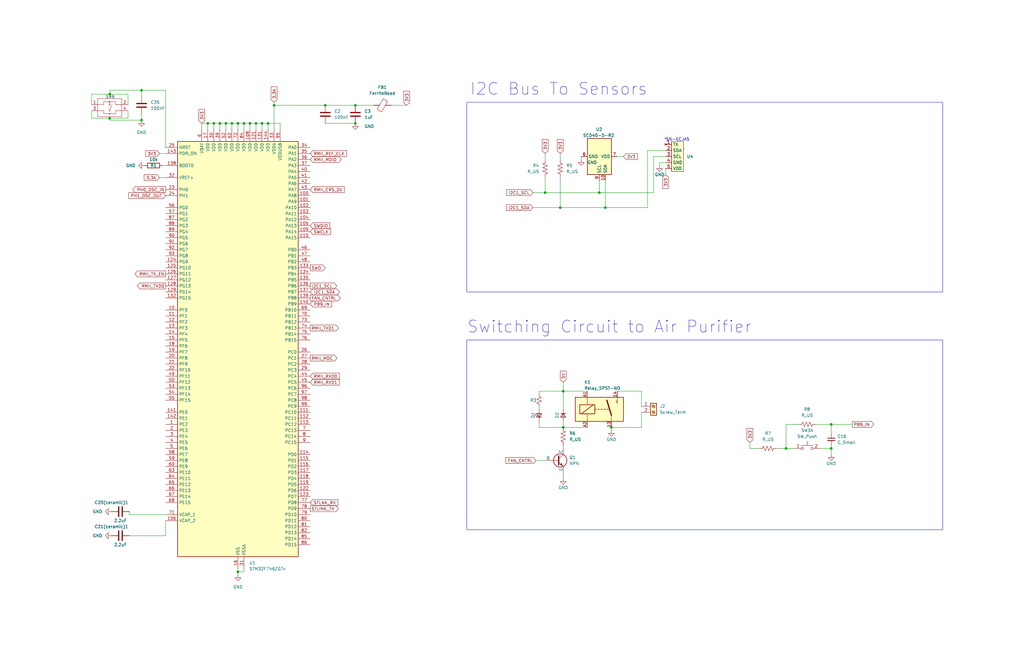
<source format=kicad_sch>
(kicad_sch (version 20230121) (generator eeschema)
  (paper "USLedger")
  (title_block (rev "1") (comment 1 "Design for JLCPCB Service"))
  (junction (at 49.53 342.9))
  (junction (at 34.29 359.41))
  (junction (at 97.79 345.44))
  (junction (at 194.31 342.9))
  (junction (at 236.22 87.63))
  (junction (at 222.25 482.6))
  (junction (at 105.41 52.07))
  (junction (at 189.23 458.47))
  (junction (at 374.65 340.36))
  (junction (at 118.11 355.6))
  (junction (at 186.69 355.6))
  (junction (at 163.83 454.66))
  (junction (at 194.31 482.6))
  (junction (at 149.86 52.07))
  (junction (at 135.89 454.66))
  (junction (at 198.12 487.68))
  (junction (at 46.355 39.751))
  (junction (at 46.228 49.911))
  (junction (at 186.69 482.6))
  (junction (at 60.96 345.44))
  (junction (at 81.28 457.2))
  (junction (at 237.49 180.34))
  (junction (at 148.59 355.6))
  (junction (at 95.25 52.07))
  (junction (at 100.33 52.07))
  (junction (at 222.25 485.14))
  (junction (at 68.58 487.68))
  (junction (at 133.35 355.6))
  (junction (at 201.93 342.9))
  (junction (at 110.49 355.6))
  (junction (at 125.73 355.6))
  (junction (at 59.69 50.673))
  (junction (at 149.86 44.45))
  (junction (at 186.69 342.9))
  (junction (at 107.95 52.07))
  (junction (at 198.12 458.47))
  (junction (at 179.07 342.9))
  (junction (at 140.97 342.9))
  (junction (at 181.61 487.68))
  (junction (at 72.39 502.92))
  (junction (at 222.25 480.06))
  (junction (at 257.81 180.34))
  (junction (at 144.78 463.55))
  (junction (at 163.83 355.6))
  (junction (at 113.03 52.07))
  (junction (at 125.73 342.9))
  (junction (at 95.25 447.04))
  (junction (at 171.45 342.9))
  (junction (at 331.47 189.23))
  (junction (at 156.21 355.6))
  (junction (at 140.97 355.6))
  (junction (at 222.25 495.3))
  (junction (at 251.46 518.16))
  (junction (at 133.35 342.9))
  (junction (at 179.07 355.6))
  (junction (at 213.36 495.3))
  (junction (at 115.57 44.45))
  (junction (at 100.33 241.3))
  (junction (at 241.3 508))
  (junction (at 97.79 52.07))
  (junction (at 148.59 342.9))
  (junction (at 102.87 52.07))
  (junction (at 110.49 342.9))
  (junction (at 118.11 459.74))
  (junction (at 199.39 458.47))
  (junction (at 201.93 355.6))
  (junction (at 163.83 342.9))
  (junction (at 171.45 355.6))
  (junction (at 222.25 490.22))
  (junction (at 255.27 87.63))
  (junction (at 177.8 490.22))
  (junction (at 229.87 81.28))
  (junction (at 350.52 189.23))
  (junction (at 68.58 502.92))
  (junction (at 72.39 495.3))
  (junction (at 68.58 495.3))
  (junction (at 110.49 52.07))
  (junction (at 184.15 485.14))
  (junction (at 87.63 52.07))
  (junction (at 194.31 458.47))
  (junction (at 209.55 485.14))
  (junction (at 59.69 38.1))
  (junction (at 156.21 342.9))
  (junction (at 252.73 81.28))
  (junction (at 163.83 463.55))
  (junction (at 63.5 345.44))
  (junction (at 97.79 527.05))
  (junction (at 350.52 179.07))
  (junction (at 153.67 454.66))
  (junction (at 194.31 355.6))
  (junction (at 105.41 439.42))
  (junction (at 76.2 495.3))
  (junction (at 86.36 527.05))
  (junction (at 137.16 44.45))
  (junction (at 153.67 463.55))
  (junction (at 62.23 502.92))
  (junction (at 72.39 490.22))
  (junction (at 374.65 327.66))
  (junction (at 92.71 52.07))
  (junction (at 118.11 342.9))
  (junction (at 144.78 454.66))
  (junction (at 95.25 497.84))
  (junction (at 90.17 52.07))
  (junction (at 237.49 165.1))
  (junction (at 222.25 492.76))
  (no_connect (at 41.91 350.52))
  (no_connect (at 41.91 347.98))
  (wire (pts (xy 82.55 505.46) (xy 62.23 505.46)))
  (wire (pts (xy 273.05 87.63) (xy 273.05 63.5)))
  (wire (pts (xy 148.59 355.6) (xy 156.21 355.6)))
  (wire (pts (xy 137.16 52.07) (xy 149.86 52.07)))
  (wire (pts (xy 194.31 482.6) (xy 207.01 482.6)))
  (wire (pts (xy 125.73 355.6) (xy 133.35 355.6)))
  (wire (pts (xy 120.65 464.82) (xy 120.65 459.74)))
  (wire (pts (xy 91.44 497.84) (xy 95.25 497.84)))
  (wire (pts (xy 85.09 54.61) (xy 85.09 52.07)))
  (wire (pts (xy 90.17 52.07) (xy 92.71 52.07)))
  (wire (pts (xy 350.52 179.07) (xy 344.17 179.07)))
  (wire (pts (xy 194.31 466.09) (xy 194.31 468.63)))
  (wire (pts (xy 222.25 502.92) (xy 241.3 502.92)))
  (wire (pts (xy 350.52 189.23) (xy 350.52 191.77)))
  (wire (pts (xy 49.53 342.9) (xy 49.53 337.82)))
  (wire (pts (xy 46.355 39.751) (xy 53.975 39.751)))
  (wire (pts (xy 38.608 49.911) (xy 46.228 49.911)))
  (wire (pts (xy 90.17 54.61) (xy 90.17 52.07)))
  (wire (pts (xy 135.89 490.22) (xy 177.8 490.22)))
  (wire (pts (xy 224.79 81.28) (xy 229.87 81.28)))
  (wire (pts (xy 68.58 487.68) (xy 68.58 495.3)))
  (wire (pts (xy 184.15 466.09) (xy 177.8 466.09)))
  (wire (pts (xy 227.33 166.37) (xy 227.33 165.1)))
  (wire (pts (xy 198.12 458.47) (xy 199.39 458.47)))
  (wire (pts (xy 222.25 495.3) (xy 222.25 502.92)))
  (wire (pts (xy 144.78 463.55) (xy 153.67 463.55)))
  (wire (pts (xy 69.85 217.17) (xy 54.61 217.17)))
  (wire (pts (xy 270.51 173.99) (xy 270.51 180.34)))
  (wire (pts (xy 171.45 355.6) (xy 179.07 355.6)))
  (wire (pts (xy 68.58 495.3) (xy 72.39 495.3)))
  (wire (pts (xy 86.36 534.67) (xy 86.36 527.05)))
  (wire (pts (xy 194.31 458.47) (xy 198.12 458.47)))
  (wire (pts (xy 48.26 508) (xy 59.69 508)))
  (wire (pts (xy 245.11 66.04) (xy 245.11 67.31)))
  (wire (pts (xy 46.355 39.751) (xy 46.355 38.1)))
  (wire (pts (xy 209.55 342.9) (xy 201.93 342.9)))
  (wire (pts (xy 72.39 495.3) (xy 76.2 495.3)))
  (wire (pts (xy 199.39 530.86) (xy 194.31 530.86)))
  (wire (pts (xy 336.55 179.07) (xy 331.47 179.07)))
  (wire (pts (xy 222.25 482.6) (xy 222.25 485.14)))
  (wire (pts (xy 62.23 502.92) (xy 62.23 505.46)))
  (wire (pts (xy 237.49 161.29) (xy 237.49 165.1)))
  (wire (pts (xy 229.87 81.28) (xy 252.73 81.28)))
  (wire (pts (xy 199.39 525.78) (xy 198.12 525.78)))
  (wire (pts (xy 97.79 52.07) (xy 100.33 52.07)))
  (wire (pts (xy 135.89 454.66) (xy 144.78 454.66)))
  (wire (pts (xy 252.73 81.28) (xy 252.73 76.2)))
  (wire (pts (xy 92.71 54.61) (xy 92.71 52.07)))
  (wire (pts (xy 149.86 44.45) (xy 157.48 44.45)))
  (wire (pts (xy 227.33 165.1) (xy 237.49 165.1)))
  (wire (pts (xy 252.73 81.28) (xy 275.59 81.28)))
  (wire (pts (xy 92.71 52.07) (xy 95.25 52.07)))
  (wire (pts (xy 201.93 355.6) (xy 194.31 355.6)))
  (wire (pts (xy 227.33 171.45) (xy 227.33 172.72)))
  (wire (pts (xy 118.11 345.44) (xy 118.11 342.9)))
  (wire (pts (xy 209.55 345.44) (xy 209.55 342.9)))
  (wire (pts (xy 278.13 68.58) (xy 278.13 69.85)))
  (wire (pts (xy 41.91 353.06) (xy 48.26 353.06)))
  (wire (pts (xy 87.63 52.07) (xy 90.17 52.07)))
  (wire (pts (xy 91.44 500.38) (xy 97.79 500.38)))
  (wire (pts (xy 189.23 466.09) (xy 189.23 467.36)))
  (wire (pts (xy 227.33 177.8) (xy 227.33 180.34)))
  (wire (pts (xy 350.52 182.88) (xy 350.52 179.07)))
  (wire (pts (xy 95.25 448.31) (xy 95.25 447.04)))
  (wire (pts (xy 222.25 480.06) (xy 222.25 482.6)))
  (wire (pts (xy 140.97 342.9) (xy 133.35 342.9)))
  (wire (pts (xy 219.71 530.86) (xy 227.33 530.86)))
  (wire (pts (xy 82.55 480.06) (xy 97.79 480.06)))
  (wire (pts (xy 95.25 54.61) (xy 95.25 52.07)))
  (wire (pts (xy 209.55 485.14) (xy 222.25 485.14)))
  (wire (pts (xy 241.3 516.89) (xy 241.3 518.16)))
  (wire (pts (xy 280.67 71.12) (xy 280.67 73.66)))
  (wire (pts (xy 374.65 327.66) (xy 392.43 327.66)))
  (wire (pts (xy 107.95 52.07) (xy 110.49 52.07)))
  (wire (pts (xy 198.12 487.68) (xy 200.66 487.68)))
  (wire (pts (xy 275.59 66.04) (xy 280.67 66.04)))
  (wire (pts (xy 213.36 495.3) (xy 222.25 495.3)))
  (wire (pts (xy 224.79 87.63) (xy 236.22 87.63)))
  (wire (pts (xy 226.06 194.31) (xy 229.87 194.31)))
  (wire (pts (xy 120.65 459.74) (xy 118.11 459.74)))
  (wire (pts (xy 367.03 340.36) (xy 374.65 340.36)))
  (wire (pts (xy 186.69 471.17) (xy 186.69 482.6)))
  (wire (pts (xy 48.26 495.3) (xy 59.69 495.3)))
  (wire (pts (xy 41.91 342.9) (xy 49.53 342.9)))
  (wire (pts (xy 198.12 487.68) (xy 198.12 525.78)))
  (wire (pts (xy 186.69 345.44) (xy 186.69 342.9)))
  (wire (pts (xy 100.33 54.61) (xy 100.33 52.07)))
  (wire (pts (xy 148.59 353.06) (xy 148.59 355.6)))
  (wire (pts (xy 100.33 240.03) (xy 100.33 241.3)))
  (wire (pts (xy 53.975 49.911) (xy 53.975 46.736)))
  (wire (pts (xy 257.81 180.34) (xy 270.51 180.34)))
  (wire (pts (xy 171.45 342.9) (xy 163.83 342.9)))
  (wire (pts (xy 177.8 466.09) (xy 177.8 490.22)))
  (wire (pts (xy 257.81 180.34) (xy 257.81 181.61)))
  (wire (pts (xy 140.97 353.06) (xy 140.97 355.6)))
  (wire (pts (xy 38.608 46.736) (xy 38.608 49.911)))
  (wire (pts (xy 63.5 347.98) (xy 63.5 345.44)))
  (wire (pts (xy 85.09 52.07) (xy 87.63 52.07)))
  (wire (pts (xy 163.83 355.6) (xy 171.45 355.6)))
  (wire (pts (xy 189.23 467.36) (xy 181.61 467.36)))
  (wire (pts (xy 237.49 199.39) (xy 237.49 201.93)))
  (wire (pts (xy 179.07 342.9) (xy 171.45 342.9)))
  (wire (pts (xy 135.89 482.6) (xy 186.69 482.6)))
  (wire (pts (xy 331.47 189.23) (xy 335.28 189.23)))
  (wire (pts (xy 59.69 50.673) (xy 59.69 50.8)))
  (wire (pts (xy 163.83 454.66) (xy 163.83 455.93)))
  (wire (pts (xy 345.44 189.23) (xy 350.52 189.23)))
  (wire (pts (xy 186.69 353.06) (xy 186.69 355.6)))
  (wire (pts (xy 163.83 345.44) (xy 163.83 342.9)))
  (wire (pts (xy 241.3 502.92) (xy 241.3 508)))
  (wire (pts (xy 105.41 52.07) (xy 107.95 52.07)))
  (wire (pts (xy 236.22 64.77) (xy 236.22 67.31)))
  (wire (pts (xy 46.228 50.673) (xy 59.69 50.673)))
  (wire (pts (xy 102.87 240.03) (xy 102.87 241.3)))
  (wire (pts (xy 144.78 454.66) (xy 153.67 454.66)))
  (wire (pts (xy 194.31 342.9) (xy 186.69 342.9)))
  (wire (pts (xy 237.49 165.1) (xy 247.65 165.1)))
  (wire (pts (xy 135.89 485.14) (xy 184.15 485.14)))
  (wire (pts (xy 133.35 355.6) (xy 140.97 355.6)))
  (wire (pts (xy 219.71 508) (xy 209.55 508)))
  (wire (pts (xy 209.55 508) (xy 209.55 485.14)))
  (wire (pts (xy 57.15 502.92) (xy 62.23 502.92)))
  (wire (pts (xy 118.11 54.61) (xy 118.11 52.07)))
  (wire (pts (xy 115.57 44.45) (xy 115.57 54.61)))
  (wire (pts (xy 222.25 485.14) (xy 222.25 490.22)))
  (wire (pts (xy 95.25 497.84) (xy 95.25 502.92)))
  (wire (pts (xy 199.39 495.3) (xy 213.36 495.3)))
  (wire (pts (xy 115.57 44.45) (xy 137.16 44.45)))
  (wire (pts (xy 186.69 482.6) (xy 194.31 482.6)))
  (wire (pts (xy 52.07 358.14) (xy 52.07 347.98)))
  (wire (pts (xy 189.23 458.47) (xy 194.31 458.47)))
  (wire (pts (xy 74.93 347.98) (xy 67.31 347.98)))
  (wire (pts (xy 46.228 49.911) (xy 46.228 50.673)))
  (wire (pts (xy 67.31 490.22) (xy 72.39 490.22)))
  (wire (pts (xy 156.21 345.44) (xy 156.21 342.9)))
  (wire (pts (xy 213.36 495.3) (xy 213.36 506.73)))
  (wire (pts (xy 255.27 87.63) (xy 255.27 76.2)))
  (wire (pts (xy 90.17 347.98) (xy 91.44 347.98)))
  (wire (pts (xy 200.66 487.68) (xy 200.66 490.22)))
  (wire (pts (xy 67.31 487.68) (xy 68.58 487.68)))
  (wire (pts (xy 107.95 54.61) (xy 107.95 52.07)))
  (wire (pts (xy 270.51 171.45) (xy 270.51 165.1)))
  (wire (pts (xy 209.55 355.6) (xy 201.93 355.6)))
  (wire (pts (xy 82.55 482.6) (xy 97.79 482.6)))
  (wire (pts (xy 140.97 355.6) (xy 148.59 355.6)))
  (wire (pts (xy 207.01 480.06) (xy 222.25 480.06)))
  (wire (pts (xy 133.35 345.44) (xy 133.35 342.9)))
  (wire (pts (xy 125.73 345.44) (xy 125.73 342.9)))
  (wire (pts (xy 367.03 327.66) (xy 374.65 327.66)))
  (wire (pts (xy 135.89 463.55) (xy 144.78 463.55)))
  (wire (pts (xy 135.89 487.68) (xy 181.61 487.68)))
  (wire (pts (xy 118.11 454.66) (xy 135.89 454.66)))
  (wire (pts (xy 68.58 502.92) (xy 72.39 502.92)))
  (wire (pts (xy 270.51 165.1) (xy 260.35 165.1)))
  (wire (pts (xy 55.88 342.9) (xy 49.53 342.9)))
  (wire (pts (xy 153.67 463.55) (xy 163.83 463.55)))
  (wire (pts (xy 115.57 464.82) (xy 115.57 439.42)))
  (wire (pts (xy 97.79 534.67) (xy 97.79 527.05)))
  (wire (pts (xy 171.45 345.44) (xy 171.45 342.9)))
  (wire (pts (xy 273.05 63.5) (xy 280.67 63.5)))
  (wire (pts (xy 110.49 52.07) (xy 110.49 54.61)))
  (wire (pts (xy 227.33 506.73) (xy 213.36 506.73)))
  (wire (pts (xy 69.85 62.23) (xy 69.85 38.1)))
  (wire (pts (xy 48.26 359.41) (xy 46.99 359.41)))
  (wire (pts (xy 185.42 454.66) (xy 185.42 453.39)))
  (wire (pts (xy 105.41 54.61) (xy 105.41 52.07)))
  (wire (pts (xy 76.2 495.3) (xy 97.79 495.3)))
  (wire (pts (xy 135.89 455.93) (xy 135.89 454.66)))
  (wire (pts (xy 102.87 241.3) (xy 100.33 241.3)))
  (wire (pts (xy 110.49 355.6) (xy 118.11 355.6)))
  (wire (pts (xy 201.93 345.44) (xy 201.93 342.9)))
  (wire (pts (xy 156.21 353.06) (xy 156.21 355.6)))
  (wire (pts (xy 53.975 44.196) (xy 53.848 44.196)))
  (wire (pts (xy 241.3 508) (xy 251.46 508)))
  (wire (pts (xy 97.79 345.44) (xy 97.79 342.9)))
  (wire (pts (xy 222.25 492.76) (xy 222.25 495.3)))
  (wire (pts (xy 34.29 360.68) (xy 34.29 359.41)))
  (wire (pts (xy 54.61 226.06) (xy 69.85 226.06)))
  (wire (pts (xy 316.23 189.23) (xy 316.23 186.69)))
  (wire (pts (xy 194.31 345.44) (xy 194.31 342.9)))
  (wire (pts (xy 137.16 44.45) (xy 149.86 44.45)))
  (wire (pts (xy 67.31 508) (xy 97.79 508)))
  (wire (pts (xy 241.3 518.16) (xy 251.46 518.16)))
  (wire (pts (xy 260.35 66.04) (xy 262.89 66.04)))
  (wire (pts (xy 198.12 454.66) (xy 198.12 458.47)))
  (wire (pts (xy 48.26 490.22) (xy 59.69 490.22)))
  (wire (pts (xy 54.61 217.17) (xy 54.61 215.9)))
  (wire (pts (xy 86.36 513.08) (xy 86.36 527.05)))
  (wire (pts (xy 86.36 513.08) (xy 97.79 513.08)))
  (wire (pts (xy 163.83 353.06) (xy 163.83 355.6)))
  (wire (pts (xy 34.29 359.41) (xy 39.37 359.41)))
  (wire (pts (xy 55.88 345.44) (xy 60.96 345.44)))
  (wire (pts (xy 53.975 46.736) (xy 53.848 46.736)))
  (wire (pts (xy 165.1 44.45) (xy 171.45 44.45)))
  (wire (pts (xy 200.66 490.22) (xy 222.25 490.22)))
  (wire (pts (xy 179.07 355.6) (xy 186.69 355.6)))
  (wire (pts (xy 181.61 467.36) (xy 181.61 487.68)))
  (wire (pts (xy 62.23 502.92) (xy 68.58 502.92)))
  (wire (pts (xy 133.35 342.9) (xy 125.73 342.9)))
  (wire (pts (xy 118.11 464.82) (xy 118.11 459.74)))
  (wire (pts (xy 96.52 527.05) (xy 97.79 527.05)))
  (wire (pts (xy 68.58 69.85) (xy 69.85 69.85)))
  (wire (pts (xy 350.52 189.23) (xy 350.52 187.96)))
  (wire (pts (xy 91.44 347.98) (xy 91.44 350.52)))
  (wire (pts (xy 184.15 485.14) (xy 209.55 485.14)))
  (wire (pts (xy 67.31 495.3) (xy 68.58 495.3)))
  (wire (pts (xy 113.03 52.07) (xy 110.49 52.07)))
  (wire (pts (xy 110.49 342.9) (xy 110.49 345.44)))
  (wire (pts (xy 63.5 345.44) (xy 74.93 345.44)))
  (wire (pts (xy 140.97 345.44) (xy 140.97 342.9)))
  (wire (pts (xy 34.29 359.41) (xy 34.29 358.14)))
  (wire (pts (xy 97.79 54.61) (xy 97.79 52.07)))
  (wire (pts (xy 237.49 187.96) (xy 237.49 189.23)))
  (wire (pts (xy 236.22 87.63) (xy 255.27 87.63)))
  (wire (pts (xy 199.39 471.17) (xy 186.69 471.17)))
  (wire (pts (xy 69.85 38.1) (xy 59.69 38.1)))
  (wire (pts (xy 229.87 64.77) (xy 229.87 67.31)))
  (wire (pts (xy 95.25 447.04) (xy 105.41 447.04)))
  (wire (pts (xy 184.15 458.47) (xy 189.23 458.47)))
  (wire (pts (xy 222.25 490.22) (xy 222.25 492.76)))
  (wire (pts (xy 209.55 353.06) (xy 209.55 355.6)))
  (wire (pts (xy 118.11 342.9) (xy 110.49 342.9)))
  (wire (pts (xy 31.75 359.41) (xy 34.29 359.41)))
  (wire (pts (xy 167.64 454.66) (xy 163.83 454.66)))
  (wire (pts (xy 59.69 38.1) (xy 59.69 40.64)))
  (wire (pts (xy 118.11 459.74) (xy 118.11 454.66)))
  (wire (pts (xy 55.88 345.44) (xy 55.88 342.9)))
  (wire (pts (xy 153.67 454.66) (xy 163.83 454.66)))
  (wire (pts (xy 194.31 468.63) (xy 184.15 468.63)))
  (wire (pts (xy 102.87 52.07) (xy 105.41 52.07)))
  (wire (pts (xy 133.35 353.06) (xy 133.35 355.6)))
  (wire (pts (xy 110.49 353.06) (xy 110.49 355.6)))
  (wire (pts (xy 69.85 219.71) (xy 69.85 226.06)))
  (wire (pts (xy 153.67 455.93) (xy 153.67 454.66)))
  (wire (pts (xy 194.31 482.6) (xy 194.31 530.86)))
  (wire (pts (xy 177.8 490.22) (xy 199.39 490.22)))
  (wire (pts (xy 186.69 355.6) (xy 194.31 355.6)))
  (wire (pts (xy 374.65 327.66) (xy 374.65 328.93)))
  (wire (pts (xy 219.71 525.78) (xy 219.71 508)))
  (wire (pts (xy 59.69 48.26) (xy 59.69 50.673)))
  (wire (pts (xy 179.07 345.44) (xy 179.07 342.9)))
  (wire (pts (xy 60.96 337.82) (xy 60.96 345.44)))
  (wire (pts (xy 38.608 39.751) (xy 46.355 39.751)))
  (wire (pts (xy 229.87 74.93) (xy 229.87 81.28)))
  (wire (pts (xy 207.01 480.06) (xy 207.01 482.6)))
  (wire (pts (xy 31.75 358.14) (xy 31.75 359.41)))
  (wire (pts (xy 67.31 74.93) (xy 69.85 74.93)))
  (wire (pts (xy 73.66 457.2) (xy 81.28 457.2)))
  (wire (pts (xy 95.25 439.42) (xy 105.41 439.42)))
  (wire (pts (xy 156.21 355.6) (xy 163.83 355.6)))
  (wire (pts (xy 52.07 347.98) (xy 63.5 347.98)))
  (wire (pts (xy 237.49 165.1) (xy 237.49 172.72)))
  (wire (pts (xy 227.33 180.34) (xy 237.49 180.34)))
  (wire (pts (xy 163.83 342.9) (xy 156.21 342.9)))
  (wire (pts (xy 327.66 189.23) (xy 331.47 189.23)))
  (wire (pts (xy 135.89 497.84) (xy 139.7 497.84)))
  (wire (pts (xy 95.25 52.07) (xy 97.79 52.07)))
  (wire (pts (xy 237.49 177.8) (xy 237.49 180.34)))
  (wire (pts (xy 60.96 345.44) (xy 63.5 345.44)))
  (wire (pts (xy 82.55 485.14) (xy 97.79 485.14)))
  (wire (pts (xy 255.27 87.63) (xy 273.05 87.63)))
  (wire (pts (xy 82.55 502.92) (xy 87.63 502.92)))
  (wire (pts (xy 115.57 43.18) (xy 115.57 44.45)))
  (wire (pts (xy 374.65 340.36) (xy 374.65 339.09)))
  (wire (pts (xy 72.39 490.22) (xy 72.39 495.3)))
  (wire (pts (xy 201.93 342.9) (xy 194.31 342.9)))
  (wire (pts (xy 81.28 457.2) (xy 81.28 458.47)))
  (wire (pts (xy 148.59 342.9) (xy 140.97 342.9)))
  (wire (pts (xy 251.46 516.89) (xy 251.46 518.16)))
  (wire (pts (xy 38.608 44.196) (xy 38.608 39.751)))
  (wire (pts (xy 199.39 458.47) (xy 222.25 458.47)))
  (wire (pts (xy 275.59 81.28) (xy 275.59 66.04)))
  (wire (pts (xy 100.33 241.3) (xy 100.33 242.57)))
  (wire (pts (xy 251.46 509.27) (xy 251.46 508)))
  (wire (pts (xy 171.45 353.06) (xy 171.45 355.6)))
  (wire (pts (xy 90.17 345.44) (xy 97.79 345.44)))
  (wire (pts (xy 184.15 468.63) (xy 184.15 485.14)))
  (wire (pts (xy 186.69 342.9) (xy 179.07 342.9)))
  (wire (pts (xy 125.73 353.06) (xy 125.73 355.6)))
  (wire (pts (xy 53.975 39.751) (xy 53.975 44.196)))
  (wire (pts (xy 95.25 492.76) (xy 97.79 492.76)))
  (wire (pts (xy 113.03 54.61) (xy 113.03 52.07)))
  (wire (pts (xy 113.03 464.82) (xy 113.03 457.2)))
  (wire (pts (xy 102.87 54.61) (xy 102.87 52.07)))
  (wire (pts (xy 60.96 330.2) (xy 60.96 328.93)))
  (wire (pts (xy 156.21 342.9) (xy 148.59 342.9)))
  (wire (pts (xy 67.31 64.77) (xy 69.85 64.77)))
  (wire (pts (xy 46.355 38.1) (xy 59.69 38.1)))
  (wire (pts (xy 241.3 508) (xy 241.3 509.27)))
  (wire (pts (xy 148.59 345.44) (xy 148.59 342.9)))
  (wire (pts (xy 194.31 355.6) (xy 194.31 353.06)))
  (wire (pts (xy 201.93 353.06) (xy 201.93 355.6)))
  (wire (pts (xy 147.32 497.84) (xy 148.59 497.84)))
  (wire (pts (xy 46.228 49.911) (xy 53.975 49.911)))
  (wire (pts (xy 236.22 74.93) (xy 236.22 87.63)))
  (wire (pts (xy 222.25 458.47) (xy 222.25 480.06)))
  (wire (pts (xy 67.31 347.98) (xy 67.31 358.14)))
  (wire (pts (xy 72.39 490.22) (xy 97.79 490.22)))
  (wire (pts (xy 350.52 179.07) (xy 359.41 179.07)))
  (wire (pts (xy 82.55 502.92) (xy 82.55 505.46)))
  (wire (pts (xy 125.73 342.9) (xy 118.11 342.9)))
  (wire (pts (xy 118.11 353.06) (xy 118.11 355.6)))
  (wire (pts (xy 181.61 487.68) (xy 198.12 487.68)))
  (wire (pts (xy 237.49 180.34) (xy 247.65 180.34)))
  (wire (pts (xy 118.11 355.6) (xy 125.73 355.6)))
  (wire (pts (xy 144.78 455.93) (xy 144.78 454.66)))
  (wire (pts (xy 199.39 466.09) (xy 199.39 471.17)))
  (wire (pts (xy 48.26 353.06) (xy 48.26 359.41)))
  (wire (pts (xy 95.25 497.84) (xy 97.79 497.84)))
  (wire (pts (xy 110.49 336.55) (xy 110.49 342.9)))
  (wire (pts (xy 113.03 457.2) (xy 81.28 457.2)))
  (wire (pts (xy 72.39 502.92) (xy 76.2 502.92)))
  (wire (pts (xy 68.58 487.68) (xy 97.79 487.68)))
  (wire (pts (xy 179.07 353.06) (xy 179.07 355.6)))
  (wire (pts (xy 87.63 54.61) (xy 87.63 52.07)))
  (wire (pts (xy 97.79 515.62) (xy 97.79 527.05)))
  (wire (pts (xy 115.57 439.42) (xy 105.41 439.42)))
  (wire (pts (xy 118.11 52.07) (xy 113.03 52.07)))
  (wire (pts (xy 175.26 454.66) (xy 185.42 454.66)))
  (wire (pts (xy 100.33 52.07) (xy 102.87 52.07)))
  (wire (pts (xy 320.04 189.23) (xy 316.23 189.23)))
  (wire (pts (xy 331.47 179.07) (xy 331.47 189.23)))
  (wire (pts (xy 48.26 487.68) (xy 59.69 487.68)))
  (wire (pts (xy 227.33 530.86) (xy 227.33 506.73)))
  (wire (pts (xy 199.39 490.22) (xy 199.39 495.3)))
  (wire (pts (xy 280.67 68.58) (xy 278.13 68.58)))
  (wire (pts (xy 374.65 340.36) (xy 392.43 340.36)))
  (rectangle (start 17.78 416.56) (end 417.83 567.69))
  (rectangle (start 19.05 313.69) (end 219.71 394.97))
  (rectangle (start 233.68 314.96) (end 308.61 356.87))
  (rectangle (start 196.85 43.18) (end 397.51 123.19))
  (rectangle (start 342.9 314.96) (end 417.83 356.87))
  (rectangle (start 196.85 143.51) (end 397.51 223.52))
  (text "External Oscillator" (at 342.9 312.42 0) (effects (font (size 5 5)) (justify left bottom)))
  (text "Programming/Debugging\n" (at 233.68 311.15 0) (effects (font (size 5 5)) (justify left bottom)))
  (text "Switching Circuit to Air Purifier\n" (at 196.85 140.97 0) (effects (font (size 5 5)) (justify left bottom)))
  (text "Power Scheme\n" (at 20.32 311.15 0) (effects (font (size 5 5)) (justify left bottom)))
  (text "Ethernet Phy with Rj45 Connector\n" (at 20.32 412.75 0) (effects (font (size 5 5)) (justify left bottom)))
  (text "SN-GCJA5" (at 280.67 59.69 0) (effects (font (size 1.27 1.27)) (justify left bottom)))
  (text "I2C Bus To Sensors\n" (at 198.12 40.64 0) (effects (font (size 5 5)) (justify left bottom)))
  (label "R_N" (at 139.7 490.22 0))
  (label "T_P" (at 139.7 482.6 0))
  (label "R_P" (at 139.7 487.68 0))
  (label "T_N" (at 139.7 485.14 0))
  (global_label "SWCLK" (shape input) (at 252.73 335.28 0) (property "Intersheetrefs" "${INTERSHEET_REFS}" (effects hide)))
  (global_label "RMII_MDIO" (shape bidirectional) (at 130.81 67.31 0) (property "Intersheetrefs" "${INTERSHEET_REFS}" (effects hide)))
  (global_label "PB9_IN" (shape output) (at 359.41 179.07 0) (property "Intersheetrefs" "${INTERSHEET_REFS}" (effects hide)))
  (global_label "VDD_TARGET" (shape input) (at 252.73 332.74 0) (property "Intersheetrefs" "${INTERSHEET_REFS}" (effects hide)))
  (global_label "3.3A" (shape input) (at 115.57 43.18 90) (property "Intersheetrefs" "${INTERSHEET_REFS}" (effects hide)))
  (global_label "SWO" (shape output) (at 130.81 113.03 0) (property "Intersheetrefs" "${INTERSHEET_REFS}" (effects hide)))
  (global_label "RMII_TXD0" (shape output) (at 69.85 120.65 180) (property "Intersheetrefs" "${INTERSHEET_REFS}" (effects hide)))
  (global_label "RMII_RXD0" (shape output) (at 48.26 487.68 180) (property "Intersheetrefs" "${INTERSHEET_REFS}" (effects hide)))
  (global_label "3V3" (shape input) (at 57.15 502.92 180) (property "Intersheetrefs" "${INTERSHEET_REFS}" (effects hide)))
  (global_label "RMII_REF_CLK" (shape input) (at 130.81 64.77 0) (property "Intersheetrefs" "${INTERSHEET_REFS}" (effects hide)))
  (global_label "RMII_CRS_DV" (shape output) (at 48.26 495.3 180) (property "Intersheetrefs" "${INTERSHEET_REFS}" (effects hide)))
  (global_label "I2C1_SDA" (shape bidirectional) (at 130.81 123.19 0) (property "Intersheetrefs" "${INTERSHEET_REFS}" (effects hide)))
  (global_label "3.3A" (shape input) (at 67.31 74.93 180) (property "Intersheetrefs" "${INTERSHEET_REFS}" (effects hide)))
  (global_label "3V3" (shape input) (at 73.66 457.2 90) (property "Intersheetrefs" "${INTERSHEET_REFS}" (effects hide)))
  (global_label "Vbus" (shape input) (at 163.83 454.66 90) (property "Intersheetrefs" "${INTERSHEET_REFS}" (effects hide)))
  (global_label "5V" (shape input) (at 237.49 161.29 90) (property "Intersheetrefs" "${INTERSHEET_REFS}" (effects hide)))
  (global_label "3V3" (shape input) (at 280.67 73.66 270) (property "Intersheetrefs" "${INTERSHEET_REFS}" (effects hide)))
  (global_label "SWDIO" (shape input) (at 130.81 95.25 0) (property "Intersheetrefs" "${INTERSHEET_REFS}" (effects hide)))
  (global_label "PB9_IN" (shape input) (at 130.81 128.27 0) (property "Intersheetrefs" "${INTERSHEET_REFS}" (effects hide)))
  (global_label "3V3" (shape input) (at 110.49 336.55 0) (property "Intersheetrefs" "${INTERSHEET_REFS}" (effects hide)))
  (global_label "SWDIO" (shape input) (at 252.73 340.36 0) (property "Intersheetrefs" "${INTERSHEET_REFS}" (effects hide)))
  (global_label "3V3" (shape input) (at 229.87 64.77 90) (property "Intersheetrefs" "${INTERSHEET_REFS}" (effects hide)))
  (global_label "RMII_TX_EN" (shape input) (at 82.55 485.14 180) (property "Intersheetrefs" "${INTERSHEET_REFS}" (effects hide)))
  (global_label "RMII_TXD0" (shape input) (at 82.55 480.06 180) (property "Intersheetrefs" "${INTERSHEET_REFS}" (effects hide)))
  (global_label "STLINK_RX" (shape input) (at 288.29 335.28 0) (property "Intersheetrefs" "${INTERSHEET_REFS}" (effects hide)))
  (global_label "RMII_RXD1" (shape output) (at 48.26 490.22 180) (property "Intersheetrefs" "${INTERSHEET_REFS}" (effects hide)))
  (global_label "5V" (shape passive) (at 49.53 337.82 90) (property "Intersheetrefs" "${INTERSHEET_REFS}" (effects hide)))
  (global_label "I2C1_SDA" (shape input) (at 224.79 87.63 180) (property "Intersheetrefs" "${INTERSHEET_REFS}" (effects hide)))
  (global_label "RMII_REF_CLK" (shape output) (at 48.26 508 180) (property "Intersheetrefs" "${INTERSHEET_REFS}" (effects hide)))
  (global_label "FAN_CNTRL" (shape output) (at 130.81 125.73 0) (property "Intersheetrefs" "${INTERSHEET_REFS}" (effects hide)))
  (global_label "3V3" (shape input) (at 171.45 44.45 90) (property "Intersheetrefs" "${INTERSHEET_REFS}" (effects hide)))
  (global_label "3V3" (shape input) (at 262.89 66.04 0) (property "Intersheetrefs" "${INTERSHEET_REFS}" (effects hide)))
  (global_label "RMII_MDC" (shape input) (at 91.44 500.38 180) (property "Intersheetrefs" "${INTERSHEET_REFS}" (effects hide)))
  (global_label "PH1_OSC_OUT" (shape input) (at 69.85 82.55 180) (property "Intersheetrefs" "${INTERSHEET_REFS}" (effects hide)))
  (global_label "3V3" (shape output) (at 97.79 342.9 90) (property "Intersheetrefs" "${INTERSHEET_REFS}" (effects hide)))
  (global_label "3V3" (shape input) (at 67.31 64.77 180) (property "Intersheetrefs" "${INTERSHEET_REFS}" (effects hide)))
  (global_label "3V3" (shape input) (at 316.23 186.69 90) (property "Intersheetrefs" "${INTERSHEET_REFS}" (effects hide)))
  (global_label "Vbus" (shape input) (at 198.12 454.66 90) (property "Intersheetrefs" "${INTERSHEET_REFS}" (effects hide)))
  (global_label "SWCLK" (shape input) (at 130.81 97.79 0) (property "Intersheetrefs" "${INTERSHEET_REFS}" (effects hide)))
  (global_label "RMII_RXD1" (shape input) (at 130.81 161.29 0) (property "Intersheetrefs" "${INTERSHEET_REFS}" (effects hide)))
  (global_label "STLNK_RX" (shape input) (at 130.81 212.09 0) (property "Intersheetrefs" "${INTERSHEET_REFS}" (effects hide)))
  (global_label "SWO" (shape input) (at 252.73 345.44 0) (property "Intersheetrefs" "${INTERSHEET_REFS}" (effects hide)))
  (global_label "RMII_RXD0" (shape input) (at 130.81 158.75 0) (property "Intersheetrefs" "${INTERSHEET_REFS}" (effects hide)))
  (global_label "I2C1_SCL" (shape input) (at 224.79 81.28 180) (property "Intersheetrefs" "${INTERSHEET_REFS}" (effects hide)))
  (global_label "NRST" (shape input) (at 97.79 505.46 180) (property "Intersheetrefs" "${INTERSHEET_REFS}" (effects hide)))
  (global_label "PH0_OSC_IN" (shape input) (at 392.43 327.66 0) (property "Intersheetrefs" "${INTERSHEET_REFS}" (effects hide)))
  (global_label "PH1_OSC_OUT" (shape output) (at 392.43 340.36 0) (property "Intersheetrefs" "${INTERSHEET_REFS}" (effects hide)))
  (global_label "FAN_CNTRL" (shape input) (at 226.06 194.31 180) (property "Intersheetrefs" "${INTERSHEET_REFS}" (effects hide)))
  (global_label "RMII_TX_EN" (shape output) (at 69.85 115.57 180) (property "Intersheetrefs" "${INTERSHEET_REFS}" (effects hide)))
  (global_label "Vbus" (shape input) (at 209.55 518.16 90) (property "Intersheetrefs" "${INTERSHEET_REFS}" (effects hide)))
  (global_label "3V3" (shape input) (at 236.22 64.77 90) (property "Intersheetrefs" "${INTERSHEET_REFS}" (effects hide)))
  (global_label "3V3" (shape input) (at 85.09 52.07 90) (property "Intersheetrefs" "${INTERSHEET_REFS}" (effects hide)))
  (global_label "STLINK_TX" (shape input) (at 288.29 337.82 0) (property "Intersheetrefs" "${INTERSHEET_REFS}" (effects hide)))
  (global_label "RMII_CRS_DV" (shape input) (at 130.81 80.01 0) (property "Intersheetrefs" "${INTERSHEET_REFS}" (effects hide)))
  (global_label "3V3" (shape input) (at 185.42 453.39 90) (property "Intersheetrefs" "${INTERSHEET_REFS}" (effects hide)))
  (global_label "RMII_TXD1" (shape input) (at 82.55 482.6 180) (property "Intersheetrefs" "${INTERSHEET_REFS}" (effects hide)))
  (global_label "I2C1_SCL" (shape output) (at 130.81 120.65 0) (property "Intersheetrefs" "${INTERSHEET_REFS}" (effects hide)))
  (global_label "RMII_MDIO" (shape bidirectional) (at 91.44 497.84 180) (property "Intersheetrefs" "${INTERSHEET_REFS}" (effects hide)))
  (global_label "RMII_TXD1" (shape output) (at 130.81 138.43 0) (property "Intersheetrefs" "${INTERSHEET_REFS}" (effects hide)))
  (global_label "PH0_OSC_IN" (shape output) (at 69.85 80.01 180) (property "Intersheetrefs" "${INTERSHEET_REFS}" (effects hide)))
  (global_label "STLINK_TX" (shape output) (at 130.81 214.63 0) (property "Intersheetrefs" "${INTERSHEET_REFS}" (effects hide)))
  (global_label "NRST" (shape output) (at 252.73 342.9 0) (property "Intersheetrefs" "${INTERSHEET_REFS}" (effects hide)))
  (global_label "RMII_MDC" (shape output) (at 130.81 151.13 0) (property "Intersheetrefs" "${INTERSHEET_REFS}" (effects hide)))
  (symbol (lib_id "Device:C") (at 60.96 334.01 180) (unit 1)
    (property "Reference" "C4" (at 60.96 331.47 0) (effects (justify left)))
    (property "Value" "100nF" (at 59.69 336.55 0) (effects (justify left)))
  )
  (symbol (lib_id "Device:R") (at 194.31 462.28 180) (unit 1)
    (property "Reference" "R21" (at 194.31 462.28 90))
    (property "Value" "50" (at 191.77 459.74 0))
  )
  (symbol (lib_id "Device:C") (at 148.59 349.25 0) (unit 1)
    (property "Reference" "C12" (at 148.59 351.79 0) (effects (justify left)))
    (property "Value" "100nF" (at 149.86 346.71 0) (effects (justify left)))
  )
  (symbol (lib_id "Device:C") (at 163.83 349.25 0) (unit 1)
    (property "Reference" "C14" (at 163.83 351.79 0) (effects (justify left)))
    (property "Value" "100nF" (at 165.1 346.71 0) (effects (justify left)))
  )
  (symbol (lib_id "Device:C") (at 201.93 349.25 0) (unit 1)
    (property "Reference" "C20" (at 201.93 351.79 0) (effects (justify left)))
    (property "Value" "100nF" (at 203.2 346.71 0) (effects (justify left)))
  )
  (symbol (lib_id "Device:R_Small_US") (at 227.33 168.91 0) (unit 1)
    (property "Reference" "R3" (at 223.52 168.91 0) (effects (justify left)))
    (property "Value" "R_Small_US" (effects hide))
    (property "Footprint" "Resistor_SMD:R_0603_1608Metric" (effects hide))
  )
  (symbol (lib_id "power:GND") (at 97.79 353.06 0) (unit 1)
    (property "Reference" "#PWR014" (effects hide))
    (property "Value" "GND" (at 97.79 358.14 0))
  )
  (symbol (lib_id "Device:R") (at 189.23 462.28 180) (unit 1)
    (property "Reference" "R20" (at 189.23 462.28 90))
    (property "Value" "50" (at 186.69 459.74 0))
  )
  (symbol (lib_id "power:GND") (at 60.96 328.93 180) (unit 1)
    (property "Reference" "#PWR09" (effects hide))
    (property "Value" "GND" (at 60.96 323.85 0))
  )
  (symbol (lib_id "Device:C") (at 81.28 462.28 0) (unit 1)
    (property "Reference" "C22" (at 83.82 464.82 0))
    (property "Value" "100nF" (at 77.47 459.74 0))
  )
  (symbol (lib_id "power:GND") (at 86.36 542.29 0) (unit 1)
    (property "Reference" "#PWR019" (effects hide))
    (property "Value" "GND" (at 90.17 546.1 0) (effects (justify right)))
  )
  (symbol (lib_id "power:GND") (at 278.13 69.85 0) (unit 1)
    (property "Reference" "#PWR015" (effects hide))
    (property "Value" "GND" (at 278.13 73.66 0))
  )
  (symbol (lib_id "power:GND") (at 97.79 542.29 0) (unit 1)
    (property "Reference" "#PWR022" (effects hide))
    (property "Value" "GND" (at 101.6 546.1 0) (effects (justify right)))
  )
  (symbol (lib_id "power:GND") (at 82.55 355.6 0) (unit 1)
    (property "Reference" "#PWR012" (effects hide))
    (property "Value" "GND" (at 82.55 360.68 0))
  )
  (symbol (lib_id "Connector:Conn_01x06_Pin") (at 247.65 337.82 0) (unit 1)
    (property "Reference" "J3" (at 248.285 327.66 0))
    (property "Value" "Conn_01x06_Pin" (at 248.285 330.2 0))
  )
  (symbol (lib_id "power:GND") (at 81.28 466.09 0) (unit 1)
    (property "Reference" "#PWR018" (effects hide))
    (property "Value" "GND" (at 81.28 471.17 0))
  )
  (symbol (lib_id "power:GND") (at 149.86 52.07 0) (unit 1)
    (property "Reference" "#PWR06" (effects hide))
    (property "Value" "GND" (at 153.67 53.34 0) (effects (justify left)))
  )
  (symbol (lib_id "power:GND") (at 95.25 448.31 0) (unit 1)
    (property "Reference" "#PWR021" (effects hide))
    (property "Value" "GND" (at 95.25 453.39 0))
  )
  (symbol (lib_id "Device:R") (at 63.5 495.3 90) (unit 1)
    (property "Reference" "R11" (at 63.5 495.3 90))
    (property "Value" "33" (at 67.31 494.03 90))
  )
  (symbol (lib_id "Device:R") (at 91.44 492.76 270) (unit 1)
    (property "Reference" "R16" (at 91.44 492.76 90))
    (property "Value" "10k" (at 95.25 491.49 90))
  )
  (symbol (lib_id "power:GND") (at 359.41 327.66 270) (unit 1)
    (property "Reference" "#PWR029" (effects hide))
    (property "Value" "GND" (at 355.6 327.66 90) (effects (justify right)))
  )
  (symbol (lib_id "Device:C") (at 133.35 349.25 0) (unit 1)
    (property "Reference" "C10" (at 133.35 351.79 0) (effects (justify left)))
    (property "Value" "100nF" (at 134.62 346.71 0) (effects (justify left)))
  )
  (symbol (lib_id "power:GND") (at 46.99 215.9 270) (unit 1)
    (property "Reference" "#PWR01" (effects hide))
    (property "Value" "GND" (at 43.18 215.9 90) (effects (justify right)))
  )
  (symbol (lib_id "Device:R") (at 91.44 502.92 90) (unit 1)
    (property "Reference" "R17" (at 91.44 502.92 90))
    (property "Value" "1k5" (at 97.79 501.65 90))
  )
  (symbol (lib_id "power:GND") (at 251.46 518.16 0) (unit 1)
    (property "Reference" "#PWR027" (effects hide))
    (property "Value" "GND" (at 251.46 523.24 0))
  )
  (symbol (lib_id "power:GND") (at 359.41 340.36 270) (unit 1)
    (property "Reference" "#PWR030" (effects hide))
    (property "Value" "GND" (at 355.6 340.36 90) (effects (justify right)))
  )
  (symbol (lib_id "power:GND") (at 34.29 360.68 0) (unit 1)
    (property "Reference" "#PWR07" (effects hide))
    (property "Value" "GND" (at 34.29 365.76 0))
  )
  (symbol (lib_id "Device:C") (at 97.79 349.25 0) (unit 1)
    (property "Reference" "C6" (at 99.06 351.79 0) (effects (justify left)))
    (property "Value" "2.2uF" (at 99.06 346.71 0) (effects (justify left)))
  )
  (symbol (lib_id "Device:R_US") (at 340.36 179.07 90) (unit 1)
    (property "Reference" "R8" (at 340.36 172.72 90))
    (property "Value" "R_US" (at 340.36 175.26 90))
  )
  (symbol (lib_id "Device:C") (at 241.3 513.08 0) (unit 1)
    (property "Reference" "C31" (at 243.84 515.62 0))
    (property "Value" "100nF" (at 238.76 510.54 0))
  )
  (symbol (lib_id "Device:C") (at 156.21 349.25 0) (unit 1)
    (property "Reference" "C13" (at 156.21 351.79 0) (effects (justify left)))
    (property "Value" "100nF" (at 157.48 346.71 0) (effects (justify left)))
  )
  (symbol (lib_id "Device:FerriteBead") (at 161.29 44.45 90) (unit 1)
    (property "Reference" "FB1" (at 161.2392 36.83 90))
    (property "Value" "FerriteBead" (at 161.2392 39.37 90))
  )
  (symbol (lib_id "Device:C") (at 118.11 349.25 0) (unit 1)
    (property "Reference" "C8" (at 118.11 351.79 0) (effects (justify left)))
    (property "Value" "100nF" (at 119.38 346.71 0) (effects (justify left)))
  )
  (symbol (lib_id "power:GND") (at 237.49 201.93 0) (unit 1)
    (property "Reference" "#PWR08" (effects hide))
    (property "Value" "GND" (at 237.49 205.74 0))
  )
  (symbol (lib_id "power:GND") (at 163.83 463.55 0) (unit 1)
    (property "Reference" "#PWR025" (effects hide))
    (property "Value" "GND" (at 163.83 468.63 0))
  )
  (symbol (lib_id "Device:R") (at 63.5 487.68 90) (unit 1)
    (property "Reference" "R9" (at 63.5 487.68 90))
    (property "Value" "33" (at 58.42 486.41 90))
  )
  (symbol (lib_id "power:GND") (at 59.69 50.8 0) (unit 1)
    (property "Reference" "#PWR031" (effects hide))
    (property "Value" "GND" (at 59.69 55.88 0))
  )
  (symbol (lib_id "Device:C") (at 194.31 349.25 0) (unit 1)
    (property "Reference" "C19" (at 194.31 351.79 0) (effects (justify left)))
    (property "Value" "100nF" (at 195.58 346.71 0) (effects (justify left)))
  )
  (symbol (lib_id "Switch:SW_DIP_x01") (at 59.69 358.14 0) (unit 1)
    (property "Reference" "SW2" (at 59.69 354.33 0))
    (property "Value" "SW_DIP_x01" (at 59.69 361.95 0))
  )
  (symbol (lib_id "Device:R_US") (at 236.22 71.12 180) (unit 1)
    (property "Reference" "R5" (at 238.76 69.85 0) (effects (justify right)))
    (property "Value" "R_US" (at 238.76 72.39 0) (effects (justify right)))
    (property "Footprint" "Resistor_SMD:R_0603_1608Metric_Pad0.98x0.95mm_HandSolder" (effects hide))
  )
  (symbol (lib_id "Device:C") (at 209.55 349.25 0) (unit 1)
    (property "Reference" "C21" (at 209.55 351.79 0) (effects (justify left)))
    (property "Value" "4.7uF" (at 210.82 346.71 0) (effects (justify left)))
  )
  (symbol (lib_id "Device:C") (at 50.8 215.9 90) (unit 1)
    (property "Reference" "C20(ceramic)1" (at 46.99 212.09 90))
    (property "Value" "2.2uF" (at 50.8 219.71 90))
  )
  (symbol (lib_id "Device:C") (at 50.8 226.06 90) (unit 1)
    (property "Reference" "C21(ceramic)1" (at 46.99 222.25 90))
    (property "Value" "2.2uF" (at 50.8 229.87 90))
  )
  (symbol (lib_id "power:GND") (at 100.33 242.57 0) (unit 1)
    (property "Reference" "#PWR05" (effects hide))
    (property "Value" "GND" (at 100.33 247.65 0))
  )
  (symbol (lib_id "power:GND") (at 87.63 492.76 270) (unit 1)
    (property "Reference" "#PWR020" (effects hide))
    (property "Value" "GND" (at 85.09 491.49 90) (effects (justify right)))
  )
  (symbol (lib_id "Connector:Conn_01x02_Pin") (at 283.21 335.28 0) (unit 1)
    (property "Reference" "J4" (at 283.845 330.2 0))
    (property "Value" "Conn_01x02_Pin" (at 283.845 332.74 0))
  )
  (symbol (lib_id "power:GND") (at 245.11 67.31 0) (unit 1)
    (property "Reference" "#PWR010" (effects hide))
    (property "Value" "GND" (at 247.65 68.58 0) (effects (justify left)))
  )
  (symbol (lib_id "Relay:Relay_SPST-NO") (at 252.73 172.72 0) (unit 1)
    (property "Reference" "K1" (at 246.38 161.29 0) (effects (justify left)))
    (property "Value" "Relay_SPST-NO" (at 246.38 163.83 0) (effects (justify left)))
  )
  (symbol (lib_id "Device:C") (at 137.16 48.26 0) (unit 1)
    (property "Reference" "C2" (at 140.97 46.99 0) (effects (justify left)))
    (property "Value" "100nF" (at 140.97 49.53 0) (effects (justify left)))
    (property "Footprint" "Capacitor_SMD:C_0603_1608Metric" (effects hide))
  )
  (symbol (lib_id "Device:C") (at 363.22 340.36 90) (unit 1)
    (property "Reference" "C34" (at 363.22 335.28 90))
    (property "Value" "4.3pF" (at 363.22 344.17 90))
  )
  (symbol (lib_id "power:GND") (at 148.59 497.84 90) (unit 1)
    (property "Reference" "#PWR024" (effects hide))
    (property "Value" "GND" (at 152.4 497.84 90) (effects (justify right)))
  )
  (symbol (lib_id "Device:R") (at 76.2 499.11 180) (unit 1)
    (property "Reference" "R15" (at 76.2 499.11 90))
    (property "Value" "10k" (at 77.47 504.19 0))
  )
  (symbol (lib_id "Device:R") (at 199.39 462.28 180) (unit 1)
    (property "Reference" "R22" (at 199.39 462.28 90))
    (property "Value" "50" (at 196.85 459.74 0))
  )
  (symbol (lib_id "25Mhz Oscillator:ABM7-25.000MHZ-4-T") (at 86.36 527.05 0) (unit 1)
    (property "Reference" "X1" (at 90.17 523.24 90) (effects (font (size 1.524 1.524)) (justify left)))
    (property "Value" "ABM7-25.000MHZ-4-T" (at 57.15 529.59 0) (effects (font (size 1.524 1.524)) (justify left)))
    (property "Footprint" "Crystal:Crystal_SMD_Abracon_ABM7-2Pin_6.0x3.5mm" (effects hide))
    (property "Datasheet" "ABM7-25.000MHZ-4-T" (effects hide))
  )
  (symbol (lib_id "Device:LED_Small") (at 227.33 175.26 90) (unit 1)
    (property "Reference" "D1" (at 224.79 176.53 0) (effects (justify left)))
    (property "Value" "LED" (effects hide))
    (property "Footprint" "SMAQ_FOOTPRINTS:LED_LTST-C194K-0603_1P6X0P8X0P3_LTO" (effects hide))
  )
  (symbol (lib_id "Device:R") (at 72.39 499.11 180) (unit 1)
    (property "Reference" "R14" (at 72.39 499.11 90))
    (property "Value" "10k" (at 73.66 504.19 0))
  )
  (symbol (lib_id "Power_Protection:USBLC6-4SC6") (at 209.55 528.32 0) (unit 1)
    (property "Reference" "U6" (at 210.82 519.43 0) (effects (justify left)))
    (property "Value" "USBLC6-4SC6" (at 193.04 538.48 0) (effects (justify left)))
    (property "Footprint" "Package_TO_SOT_SMD:SOT-23-6" (effects hide))
    (property "Datasheet" "https://www.st.com/resource/en/datasheet/usblc6-4.pdf" (effects hide))
  )
  (symbol (lib_id "power:GND") (at 91.44 358.14 0) (unit 1)
    (property "Reference" "#PWR013" (effects hide))
    (property "Value" "GND" (at 91.44 363.22 0))
  )
  (symbol (lib_id "Device:C_Small") (at 350.52 185.42 0) (unit 1)
    (property "Reference" "C16" (at 353.06 184.1563 0) (effects (justify left)))
    (property "Value" "C_Small" (at 353.06 186.6963 0) (effects (justify left)))
  )
  (symbol (lib_id "Device:C") (at 186.69 349.25 0) (unit 1)
    (property "Reference" "C18" (at 186.69 351.79 0) (effects (justify left)))
    (property "Value" "100nF" (at 187.96 346.71 0) (effects (justify left)))
  )
  (symbol (lib_id "Device:D_Small") (at 237.49 175.26 270) (unit 1)
    (property "Reference" "D2" (at 234.95 175.26 0))
    (property "Value" "D_Small" (effects hide))
    (property "Sim.Device" "D" (effects hide))
    (property "Sim.Pins" "1=K 2=A" (effects hide))
  )
  (symbol (lib_id "Device:FerriteBead") (at 171.45 454.66 90) (unit 1)
    (property "Reference" "FB2" (at 171.3992 447.04 90))
    (property "Value" "FerriteBead" (at 171.3992 449.58 90))
  )
  (symbol (lib_id "Device:C") (at 86.36 538.48 180) (unit 1)
    (property "Reference" "C23" (at 83.82 535.94 0))
    (property "Value" "30pF" (at 88.9 541.02 0))
  )
  (symbol (lib_id "Device:C") (at 251.46 513.08 0) (unit 1)
    (property "Reference" "C32" (at 254 515.62 0))
    (property "Value" "100nF" (at 248.92 510.54 0))
  )
  (symbol (lib_name "Button_PTS645SL43SMTR92LFS_1") (lib_id "SMAQ_Symbols:Button_PTS645SL43SMTR92LFS") (at 32.258 39.116 0) (unit 1)
    (property "Reference" "SW6" (at 46.482 40.767 0) (effects (font (size 1.2 1.2))))
    (property "Value" "Button_PTS645SL43SMTR92LFS" (effects hide))
    (property "Footprint" "SMAQ_FOOTPRINTS:PTS645SL43SMTR92LFS_CNK" (effects hide))
  )
  (symbol (lib_id "Device:C") (at 140.97 349.25 0) (unit 1)
    (property "Reference" "C11" (at 140.97 351.79 0) (effects (justify left)))
    (property "Value" "100nF" (at 142.24 346.71 0) (effects (justify left)))
  )
  (symbol (lib_id "Device:C") (at 171.45 349.25 0) (unit 1)
    (property "Reference" "C15" (at 171.45 351.79 0) (effects (justify left)))
    (property "Value" "100nF" (at 172.72 346.71 0) (effects (justify left)))
  )
  (symbol (lib_id "Interface_Ethernet:LAN8742A") (at 118.11 495.3 0) (unit 1)
    (property "Reference" "U5" (at 120.3041 523.24 0) (effects (justify left)))
    (property "Value" "LAN8742A" (at 120.3041 525.78 0) (effects (justify left)))
    (property "Footprint" "Package_DFN_QFN:VQFN-24-1EP_4x4mm_P0.5mm_EP2.5x2.5mm_ThermalVias" (effects hide))
    (property "Datasheet" "http://ww1.microchip.com/downloads/en/DeviceDoc/8742a.pdf" (effects hide))
  )
  (symbol (lib_id "Device:R") (at 184.15 462.28 180) (unit 1)
    (property "Reference" "R19" (at 184.15 462.28 90))
    (property "Value" "50" (at 181.61 459.74 0))
  )
  (symbol (lib_id "2024-02-01_20-27-52:CG04874-8M") (at 374.65 339.09 90) (unit 1)
    (property "Reference" "X2" (at 378.46 332.74 90) (effects (font (size 1.524 1.524)) (justify right)))
    (property "Value" "CG04874-8M" (at 378.46 335.28 90) (effects (font (size 1.524 1.524)) (justify right)))
    (property "Footprint" "XTAL_CG04874_NDK" (effects hide))
    (property "Datasheet" "CG04874-8M" (effects hide))
  )
  (symbol (lib_id "power:GND") (at 110.49 355.6 0) (unit 1)
    (property "Reference" "#PWR016" (effects hide))
    (property "Value" "GND" (at 110.49 360.68 0))
  )
  (symbol (lib_id "Device:C") (at 110.49 349.25 0) (unit 1)
    (property "Reference" "C7" (at 110.49 351.79 0) (effects (justify left)))
    (property "Value" "100nF" (at 111.76 346.71 0) (effects (justify left)))
  )
  (symbol (lib_id "Sensor_Gas:SCD40-D-R2") (at 252.73 66.04 270) (unit 1)
    (property "Reference" "U2" (at 254 54.61 90) (effects (justify right)))
    (property "Value" "SCD40-D-R2" (at 259.08 57.15 90) (effects (justify right)))
    (property "Footprint" "Sensor:Sensirion_SCD4x-1EP_10.1x10.1mm_P1.25mm_EP4.8x4.8mm" (effects hide))
    (property "Datasheet" "https://sensirion.com/media/documents/E0F04247/631EF271/CD_DS_SCD40_SCD41_Datasheet_D1.pdf" (effects hide))
  )
  (symbol (lib_id "Device:C") (at 59.69 44.45 0) (unit 1)
    (property "Reference" "C35" (at 63.5 43.18 0) (effects (justify left)))
    (property "Value" "100nF" (at 63.5 45.72 0) (effects (justify left)))
    (property "Footprint" "Capacitor_SMD:C_0603_1608Metric" (effects hide))
  )
  (symbol (lib_id "power:GND") (at 46.99 226.06 270) (unit 1)
    (property "Reference" "#PWR02" (effects hide))
    (property "Value" "GND" (at 43.18 226.06 90) (effects (justify right)))
  )
  (symbol (lib_id "Device:R") (at 143.51 497.84 90) (unit 1)
    (property "Reference" "R18" (at 143.51 497.84 90))
    (property "Value" "12K1" (at 143.51 500.38 90))
  )
  (symbol (lib_id "Device:R") (at 68.58 499.11 180) (unit 1)
    (property "Reference" "R13" (at 68.58 499.11 90))
    (property "Value" "10k" (at 69.85 504.19 0))
  )
  (symbol (lib_id "Device:C") (at 95.25 443.23 0) (unit 1)
    (property "Reference" "C24" (at 97.79 445.77 0))
    (property "Value" "1uF" (at 91.44 440.69 0))
  )
  (symbol (lib_id "Device:R") (at 43.18 359.41 90) (unit 1)
    (property "Reference" "R2" (at 43.18 359.41 90))
    (property "Value" "100k" (at 43.18 361.95 90))
  )
  (symbol (lib_id "Device:R_US") (at 229.87 71.12 0) (mirror x) (unit 1)
    (property "Reference" "R4" (at 227.33 69.85 0) (effects (justify right)))
    (property "Value" "R_US" (at 227.33 72.39 0) (effects (justify right)))
    (property "Footprint" "Resistor_SMD:R_0603_1608Metric_Pad0.98x0.95mm_HandSolder" (effects hide))
  )
  (symbol (lib_id "Device:C") (at 149.86 48.26 0) (unit 1)
    (property "Reference" "C3" (at 153.67 46.99 0) (effects (justify left)))
    (property "Value" "1uF" (at 153.67 49.53 0) (effects (justify left)))
    (property "Footprint" "Capacitor_SMD:C_0603_1608Metric" (effects hide))
  )
  (symbol (lib_id "Device:C") (at 135.89 459.74 0) (unit 1)
    (property "Reference" "C27" (at 138.43 462.28 0))
    (property "Value" "100nF" (at 133.35 457.2 0))
  )
  (symbol (lib_id "Device:C") (at 91.44 354.33 0) (unit 1)
    (property "Reference" "C5" (at 92.71 356.87 0) (effects (justify left)))
    (property "Value" "470pF" (at 85.09 356.87 0) (effects (justify left)))
  )
  (symbol (lib_id "Device:C") (at 163.83 459.74 0) (unit 1)
    (property "Reference" "C30" (at 166.37 462.28 0))
    (property "Value" "100nF" (at 161.29 457.2 0))
  )
  (symbol (lib_id "Device:C") (at 97.79 538.48 180) (unit 1)
    (property "Reference" "C25" (at 95.25 535.94 0))
    (property "Value" "30pF" (at 100.33 541.02 0))
  )
  (symbol (lib_id "power:GND") (at 209.55 538.48 0) (unit 1)
    (property "Reference" "#PWR026" (effects hide))
    (property "Value" "GND" (at 209.55 543.56 0))
  )
  (symbol (lib_id "Connector:Screw_Terminal_01x02") (at 275.59 171.45 0) (unit 1)
    (property "Reference" "J2" (at 278.13 171.45 0) (effects (justify left)))
    (property "Value" "Screw_Term" (at 278.13 173.99 0) (effects (justify left)))
  )
  (symbol (lib_id "power:GND") (at 118.11 523.24 0) (unit 1)
    (property "Reference" "#PWR023" (effects hide))
    (property "Value" "GND" (at 118.11 528.32 0))
  )
  (symbol (lib_id "Device:C") (at 179.07 349.25 0) (unit 1)
    (property "Reference" "C17" (at 179.07 351.79 0) (effects (justify left)))
    (property "Value" "100nF" (at 180.34 346.71 0) (effects (justify left)))
  )
  (symbol (lib_id "power:GND") (at 60.96 69.85 270) (unit 1)
    (property "Reference" "#PWR04" (effects hide))
    (property "Value" "GND" (at 57.15 69.85 90) (effects (justify right)))
  )
  (symbol (lib_id "MCU_ST_STM32F7:STM32F746ZGTx") (at 100.33 148.59 0) (unit 1)
    (property "Reference" "U1" (at 105.0641 237.49 0) (effects (justify left)))
    (property "Value" "STM32F746ZGTx" (at 105.0641 240.03 0) (effects (justify left)))
    (property "Footprint" "Package_QFP:LQFP-144_20x20mm_P0.5mm" (effects hide))
    (property "Datasheet" "https://www.st.com/resource/en/datasheet/stm32f746zg.pdf" (effects hide))
  )
  (symbol (lib_id "power:GND") (at 252.73 337.82 90) (unit 1)
    (property "Reference" "#PWR028" (effects hide))
    (property "Value" "GND" (at 256.54 337.82 90) (effects (justify right)))
  )
  (symbol (lib_id "power:GND") (at 350.52 191.77 0) (unit 1)
    (property "Reference" "#PWR017" (effects hide))
    (property "Value" "GND" (at 350.52 195.58 0))
  )
  (symbol (lib_id "Device:C") (at 125.73 349.25 0) (unit 1)
    (property "Reference" "C9" (at 125.73 351.79 0) (effects (justify left)))
    (property "Value" "100nF" (at 127 346.71 0) (effects (justify left)))
  )
  (symbol (lib_id "Device:C") (at 144.78 459.74 0) (unit 1)
    (property "Reference" "C28" (at 147.32 462.28 0))
    (property "Value" "100nF" (at 142.24 457.2 0))
  )
  (symbol (lib_id "Switch:SW_Push_Dual_x2") (at 340.36 189.23 0) (unit 1)
    (property "Reference" "SW3" (at 340.36 181.61 0))
    (property "Value" "SW_Push" (at 340.36 184.15 0))
  )
  (symbol (lib_id "power:GND") (at 257.81 181.61 0) (unit 1)
    (property "Reference" "#PWR011" (effects hide))
    (property "Value" "GND" (at 257.81 185.42 0))
  )
  (symbol (lib_id "Simulation_SPICE:NPN") (at 234.95 194.31 0) (unit 1)
    (property "Reference" "Q1" (at 240.03 193.04 0) (effects (justify left)))
    (property "Value" "NPN" (at 240.03 195.58 0) (effects (justify left)))
    (property "Sim.Device" "NPN" (effects hide))
    (property "Sim.Type" "GUMMELPOON" (effects hide))
    (property "Sim.Pins" "1=C 2=B 3=E" (effects hide))
  )
  (symbol (lib_id "H1102NLT:H1102NLT") (at 240.03 487.68 0) (unit 1)
    (property "Reference" "T1" (at 240.03 472.44 0))
    (property "Value" "H1102NLT" (at 240.03 474.98 0))
    (property "Footprint" "H1102NLT:XFMR_H1102NLT" (effects hide))
    (property "PARTREV" "NA" (effects hide))
    (property "STNADARD" "Manufacturer Recommendation" (effects hide))
    (property "MANUFACTURER" "Pulse Electronics" (effects hide))
  )
  (symbol (lib_id "SMAQ_Proj_Lib:SN_GCJA5") (at 280.67 60.96 0) (unit 1)
    (property "Reference" "U4" (at 289.56 66.04 0) (effects (justify left)))
    (property "Value" "~" (at 280.67 58.42 0))
    (property "Footprint" "SMAQ_FOOTPRINTS:CONN_SM05B-GHS-TBLFSN_JST" (effects hide))
  )
  (symbol (lib_id "Regulator_Linear:MIC5219-3.3YM5") (at 82.55 347.98 0) (unit 1)
    (property "Reference" "U3" (at 82.55 339.09 0))
    (property "Value" "MIC5219-3.3YM5" (at 82.55 341.63 0))
    (property "Footprint" "Package_TO_SOT_SMD:SOT-23-5" (effects hide))
    (property "Datasheet" "http://ww1.microchip.com/downloads/en/DeviceDoc/MIC5219-500mA-Peak-Output-LDO-Regulator-DS20006021A.pdf" (effects hide))
  )
  (symbol (lib_id "Device:C") (at 105.41 443.23 0) (unit 1)
    (property "Reference" "C26" (at 107.95 445.77 0))
    (property "Value" "470pF" (at 101.6 440.69 0))
  )
  (symbol (lib_id "Connector:USB_B_Micro") (at 34.29 347.98 0) (unit 1)
    (property "Reference" "J1" (at 34.29 335.28 0))
    (property "Value" "USB_B_Micro" (at 34.29 337.82 0))
    (property "Footprint" "Connector_USB:USB_Micro-B_GCT_USB3076-30-A" (effects hide))
  )
  (symbol (lib_id "Device:R") (at 63.5 490.22 90) (unit 1)
    (property "Reference" "R10" (at 63.5 490.22 90))
    (property "Value" "33" (at 58.42 488.95 90))
  )
  (symbol (lib_id "Device:R_US") (at 237.49 184.15 0) (unit 1)
    (property "Reference" "R6" (at 240.03 182.88 0) (effects (justify left)))
    (property "Value" "R_US" (at 240.03 185.42 0) (effects (justify left)))
    (property "Footprint" "Resistor_SMD:R_0603_1608Metric" (effects hide))
  )
  (symbol (lib_id "Device:C") (at 363.22 327.66 90) (unit 1)
    (property "Reference" "C33" (at 363.22 322.58 90))
    (property "Value" "4.3pF" (at 363.22 331.47 90))
  )
  (symbol (lib_id "Device:C") (at 153.67 459.74 0) (unit 1)
    (property "Reference" "C29" (at 156.21 462.28 0))
    (property "Value" "10uF" (at 151.13 457.2 0))
  )
  (symbol (lib_id "Device:R_US") (at 323.85 189.23 90) (unit 1)
    (property "Reference" "R7" (at 323.85 182.88 90))
    (property "Value" "R_US" (at 323.85 185.42 90))
  )
  (symbol (lib_id "Device:R") (at 63.5 508 90) (unit 1)
    (property "Reference" "R12" (at 63.5 508 90))
    (property "Value" "33" (at 58.42 506.73 90))
  )
  (symbol (lib_id "Device:R") (at 64.77 69.85 90) (unit 1)
    (property "Reference" "R1" (at 64.77 69.85 90))
    (property "Value" "10k" (at 64.77 67.31 90))
  )
  (sheet (at 1.27 298.45) (size 431.8 279.4) (stroke (width 0.1524))
    (property "Sheetname" "page2.kicad_sch" (at 1.27 297.7384 0) (effects (justify left bottom)))
    (property "Sheetfile" "page1.kicad_sch" (at 1.27 578.4346 0) (effects (justify left top)))
  )
)
</source>
